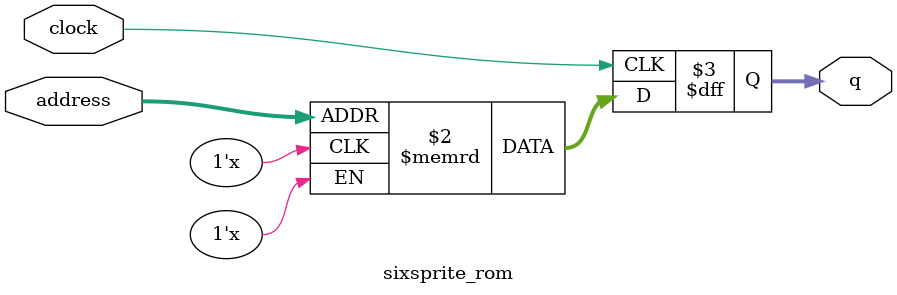
<source format=sv>
module sixsprite_rom (
	input logic clock,
	input logic [7:0] address,
	output logic [3:0] q
);

logic [3:0] memory [0:241] /* synthesis ram_init_file = "./sixsprite/sixsprite.mif" */;

always_ff @ (posedge clock) begin
	q <= memory[address];
end

endmodule

</source>
